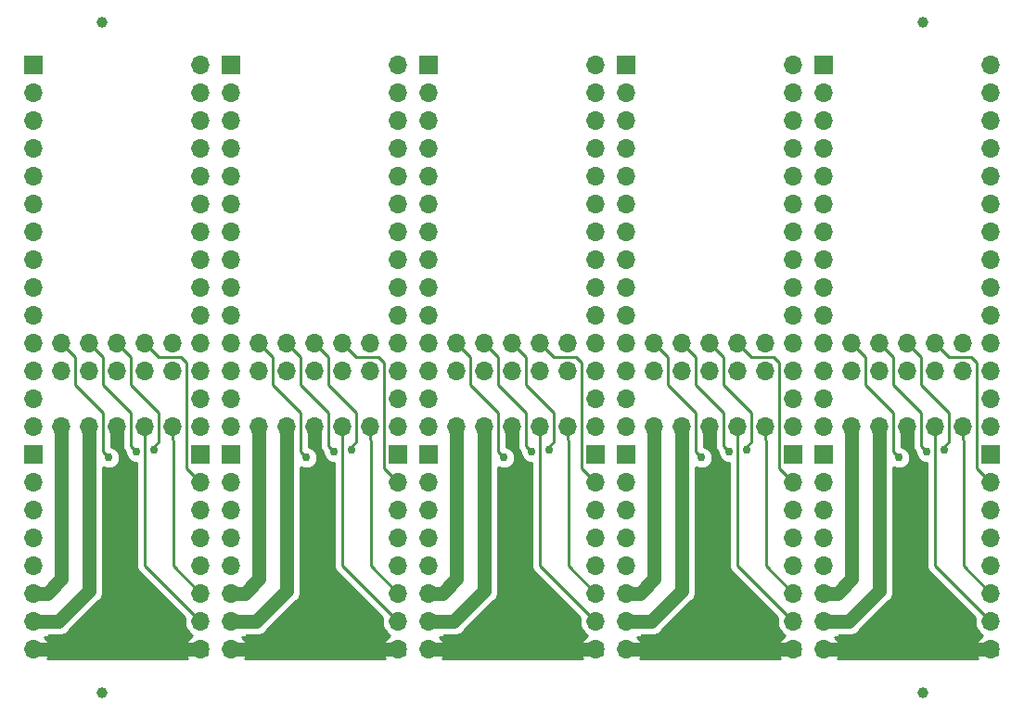
<source format=gbl>
G04 #@! TF.GenerationSoftware,KiCad,Pcbnew,(5.1.5)-3*
G04 #@! TF.CreationDate,2019-12-30T21:57:11-08:00*
G04 #@! TF.ProjectId,teensy40-bb-panel,7465656e-7379-4343-902d-62622d70616e,A*
G04 #@! TF.SameCoordinates,Original*
G04 #@! TF.FileFunction,Copper,L2,Bot*
G04 #@! TF.FilePolarity,Positive*
%FSLAX46Y46*%
G04 Gerber Fmt 4.6, Leading zero omitted, Abs format (unit mm)*
G04 Created by KiCad (PCBNEW (5.1.5)-3) date 2019-12-30 21:57:11*
%MOMM*%
%LPD*%
G04 APERTURE LIST*
%ADD10C,1.000000*%
%ADD11O,1.700000X1.700000*%
%ADD12R,1.700000X1.700000*%
%ADD13C,0.762000*%
%ADD14C,1.270000*%
%ADD15C,0.254000*%
%ADD16C,0.250000*%
G04 APERTURE END LIST*
D10*
X107823000Y-77851000D03*
X182753000Y-77851000D03*
X182753000Y-139065000D03*
X107823000Y-139065000D03*
D11*
X122174000Y-114808000D03*
X124714000Y-114808000D03*
X127254000Y-114808000D03*
X129794000Y-114808000D03*
X132334000Y-114808000D03*
X132334000Y-107188000D03*
X129794000Y-107188000D03*
X127254000Y-107188000D03*
X124714000Y-107188000D03*
X122174000Y-107188000D03*
X122174000Y-109728000D03*
X124714000Y-109728000D03*
X127254000Y-109728000D03*
X129794000Y-109728000D03*
X132334000Y-109728000D03*
X119634000Y-84328000D03*
X119634000Y-86868000D03*
X119634000Y-89408000D03*
X119634000Y-91948000D03*
X119634000Y-94488000D03*
X119634000Y-97028000D03*
X119634000Y-99568000D03*
X119634000Y-102108000D03*
X119634000Y-104648000D03*
X119634000Y-107188000D03*
X119634000Y-109728000D03*
X119634000Y-112268000D03*
X119634000Y-114808000D03*
X134874000Y-114808000D03*
X134874000Y-112268000D03*
X134874000Y-109728000D03*
X134874000Y-107188000D03*
X134874000Y-104648000D03*
X134874000Y-102108000D03*
X134874000Y-99568000D03*
X134874000Y-97028000D03*
X134874000Y-94488000D03*
X134874000Y-91948000D03*
X134874000Y-89408000D03*
X134874000Y-86868000D03*
X134874000Y-84328000D03*
X134874000Y-81788000D03*
D12*
X119634000Y-81788000D03*
D11*
X158242000Y-114808000D03*
X160782000Y-114808000D03*
X163322000Y-114808000D03*
X165862000Y-114808000D03*
X168402000Y-114808000D03*
X168402000Y-107188000D03*
X165862000Y-107188000D03*
X163322000Y-107188000D03*
X160782000Y-107188000D03*
X158242000Y-107188000D03*
X158242000Y-109728000D03*
X160782000Y-109728000D03*
X163322000Y-109728000D03*
X165862000Y-109728000D03*
X168402000Y-109728000D03*
X155702000Y-84328000D03*
X155702000Y-86868000D03*
X155702000Y-89408000D03*
X155702000Y-91948000D03*
X155702000Y-94488000D03*
X155702000Y-97028000D03*
X155702000Y-99568000D03*
X155702000Y-102108000D03*
X155702000Y-104648000D03*
X155702000Y-107188000D03*
X155702000Y-109728000D03*
X155702000Y-112268000D03*
X155702000Y-114808000D03*
X170942000Y-114808000D03*
X170942000Y-112268000D03*
X170942000Y-109728000D03*
X170942000Y-107188000D03*
X170942000Y-104648000D03*
X170942000Y-102108000D03*
X170942000Y-99568000D03*
X170942000Y-97028000D03*
X170942000Y-94488000D03*
X170942000Y-91948000D03*
X170942000Y-89408000D03*
X170942000Y-86868000D03*
X170942000Y-84328000D03*
X170942000Y-81788000D03*
D12*
X155702000Y-81788000D03*
D11*
X176276000Y-114808000D03*
X178816000Y-114808000D03*
X181356000Y-114808000D03*
X183896000Y-114808000D03*
X186436000Y-114808000D03*
X186436000Y-107188000D03*
X183896000Y-107188000D03*
X181356000Y-107188000D03*
X178816000Y-107188000D03*
X176276000Y-107188000D03*
X176276000Y-109728000D03*
X178816000Y-109728000D03*
X181356000Y-109728000D03*
X183896000Y-109728000D03*
X186436000Y-109728000D03*
X173736000Y-84328000D03*
X173736000Y-86868000D03*
X173736000Y-89408000D03*
X173736000Y-91948000D03*
X173736000Y-94488000D03*
X173736000Y-97028000D03*
X173736000Y-99568000D03*
X173736000Y-102108000D03*
X173736000Y-104648000D03*
X173736000Y-107188000D03*
X173736000Y-109728000D03*
X173736000Y-112268000D03*
X173736000Y-114808000D03*
X188976000Y-114808000D03*
X188976000Y-112268000D03*
X188976000Y-109728000D03*
X188976000Y-107188000D03*
X188976000Y-104648000D03*
X188976000Y-102108000D03*
X188976000Y-99568000D03*
X188976000Y-97028000D03*
X188976000Y-94488000D03*
X188976000Y-91948000D03*
X188976000Y-89408000D03*
X188976000Y-86868000D03*
X188976000Y-84328000D03*
X188976000Y-81788000D03*
D12*
X173736000Y-81788000D03*
D11*
X140208000Y-114808000D03*
X142748000Y-114808000D03*
X145288000Y-114808000D03*
X147828000Y-114808000D03*
X150368000Y-114808000D03*
X150368000Y-107188000D03*
X147828000Y-107188000D03*
X145288000Y-107188000D03*
X142748000Y-107188000D03*
X140208000Y-107188000D03*
X140208000Y-109728000D03*
X142748000Y-109728000D03*
X145288000Y-109728000D03*
X147828000Y-109728000D03*
X150368000Y-109728000D03*
X137668000Y-84328000D03*
X137668000Y-86868000D03*
X137668000Y-89408000D03*
X137668000Y-91948000D03*
X137668000Y-94488000D03*
X137668000Y-97028000D03*
X137668000Y-99568000D03*
X137668000Y-102108000D03*
X137668000Y-104648000D03*
X137668000Y-107188000D03*
X137668000Y-109728000D03*
X137668000Y-112268000D03*
X137668000Y-114808000D03*
X152908000Y-114808000D03*
X152908000Y-112268000D03*
X152908000Y-109728000D03*
X152908000Y-107188000D03*
X152908000Y-104648000D03*
X152908000Y-102108000D03*
X152908000Y-99568000D03*
X152908000Y-97028000D03*
X152908000Y-94488000D03*
X152908000Y-91948000D03*
X152908000Y-89408000D03*
X152908000Y-86868000D03*
X152908000Y-84328000D03*
X152908000Y-81788000D03*
D12*
X137668000Y-81788000D03*
X116840000Y-117348000D03*
D11*
X116840000Y-119888000D03*
X116840000Y-122428000D03*
X116840000Y-124968000D03*
X116840000Y-127508000D03*
X116840000Y-130048000D03*
X116840000Y-132588000D03*
X116840000Y-135128000D03*
D12*
X101600000Y-117348000D03*
D11*
X101600000Y-119888000D03*
X101600000Y-122428000D03*
X101600000Y-124968000D03*
X101600000Y-127508000D03*
X101600000Y-130048000D03*
X101600000Y-132588000D03*
X101600000Y-135128000D03*
D12*
X101600000Y-81788000D03*
D11*
X116840000Y-81788000D03*
X116840000Y-84328000D03*
X116840000Y-86868000D03*
X116840000Y-89408000D03*
X116840000Y-91948000D03*
X116840000Y-94488000D03*
X116840000Y-97028000D03*
X116840000Y-99568000D03*
X116840000Y-102108000D03*
X116840000Y-104648000D03*
X116840000Y-107188000D03*
X116840000Y-109728000D03*
X116840000Y-112268000D03*
X116840000Y-114808000D03*
X101600000Y-114808000D03*
X101600000Y-112268000D03*
X101600000Y-109728000D03*
X101600000Y-107188000D03*
X101600000Y-104648000D03*
X101600000Y-102108000D03*
X101600000Y-99568000D03*
X101600000Y-97028000D03*
X101600000Y-94488000D03*
X101600000Y-91948000D03*
X101600000Y-89408000D03*
X101600000Y-86868000D03*
X101600000Y-84328000D03*
X114300000Y-109728000D03*
X111760000Y-109728000D03*
X109220000Y-109728000D03*
X106680000Y-109728000D03*
X104140000Y-109728000D03*
X104140000Y-107188000D03*
X106680000Y-107188000D03*
X109220000Y-107188000D03*
X111760000Y-107188000D03*
X114300000Y-107188000D03*
X114300000Y-114808000D03*
X111760000Y-114808000D03*
X109220000Y-114808000D03*
X106680000Y-114808000D03*
X104140000Y-114808000D03*
X152908000Y-135128000D03*
X152908000Y-132588000D03*
X152908000Y-130048000D03*
X152908000Y-127508000D03*
X152908000Y-124968000D03*
X152908000Y-122428000D03*
X152908000Y-119888000D03*
D12*
X152908000Y-117348000D03*
D11*
X173736000Y-135128000D03*
X173736000Y-132588000D03*
X173736000Y-130048000D03*
X173736000Y-127508000D03*
X173736000Y-124968000D03*
X173736000Y-122428000D03*
X173736000Y-119888000D03*
D12*
X173736000Y-117348000D03*
D11*
X137668000Y-135128000D03*
X137668000Y-132588000D03*
X137668000Y-130048000D03*
X137668000Y-127508000D03*
X137668000Y-124968000D03*
X137668000Y-122428000D03*
X137668000Y-119888000D03*
D12*
X137668000Y-117348000D03*
D11*
X155702000Y-135128000D03*
X155702000Y-132588000D03*
X155702000Y-130048000D03*
X155702000Y-127508000D03*
X155702000Y-124968000D03*
X155702000Y-122428000D03*
X155702000Y-119888000D03*
D12*
X155702000Y-117348000D03*
D11*
X188976000Y-135128000D03*
X188976000Y-132588000D03*
X188976000Y-130048000D03*
X188976000Y-127508000D03*
X188976000Y-124968000D03*
X188976000Y-122428000D03*
X188976000Y-119888000D03*
D12*
X188976000Y-117348000D03*
D11*
X170942000Y-135128000D03*
X170942000Y-132588000D03*
X170942000Y-130048000D03*
X170942000Y-127508000D03*
X170942000Y-124968000D03*
X170942000Y-122428000D03*
X170942000Y-119888000D03*
D12*
X170942000Y-117348000D03*
D11*
X134874000Y-135128000D03*
X134874000Y-132588000D03*
X134874000Y-130048000D03*
X134874000Y-127508000D03*
X134874000Y-124968000D03*
X134874000Y-122428000D03*
X134874000Y-119888000D03*
D12*
X134874000Y-117348000D03*
D11*
X119634000Y-135128000D03*
X119634000Y-132588000D03*
X119634000Y-130048000D03*
X119634000Y-127508000D03*
X119634000Y-124968000D03*
X119634000Y-122428000D03*
X119634000Y-119888000D03*
D12*
X119634000Y-117348000D03*
D13*
X162560000Y-117602000D03*
X180594000Y-117602000D03*
X108458000Y-117602000D03*
X144526000Y-117602000D03*
X126492000Y-117602000D03*
X147066000Y-117094000D03*
X183134000Y-117094000D03*
X129032000Y-117094000D03*
X110998000Y-117094000D03*
X165100000Y-117094000D03*
X184688816Y-116870816D03*
X166654816Y-116870816D03*
X112552816Y-116870816D03*
X130586816Y-116870816D03*
X148620816Y-116870816D03*
D14*
X160782000Y-114808000D02*
X160782000Y-129794000D01*
X178816000Y-114808000D02*
X178816000Y-129794000D01*
X142748000Y-114808000D02*
X142748000Y-129794000D01*
X139954000Y-132588000D02*
X137668000Y-132588000D01*
X106680000Y-114808000D02*
X106680000Y-129794000D01*
X106680000Y-129794000D02*
X103886000Y-132588000D01*
X103886000Y-132588000D02*
X101600000Y-132588000D01*
X176022000Y-132588000D02*
X173736000Y-132588000D01*
X121920000Y-132588000D02*
X119634000Y-132588000D01*
X124714000Y-114808000D02*
X124714000Y-129794000D01*
X178816000Y-129794000D02*
X176022000Y-132588000D01*
X160782000Y-129794000D02*
X157988000Y-132588000D01*
X142748000Y-129794000D02*
X139954000Y-132588000D01*
X124714000Y-129794000D02*
X121920000Y-132588000D01*
X157988000Y-132588000D02*
X155702000Y-132588000D01*
X176276000Y-128710081D02*
X174938081Y-130048000D01*
X156904081Y-130048000D02*
X155702000Y-130048000D01*
X176276000Y-114808000D02*
X176276000Y-128710081D01*
X140208000Y-128710081D02*
X138870081Y-130048000D01*
X120836081Y-130048000D02*
X119634000Y-130048000D01*
X158242000Y-114808000D02*
X158242000Y-128710081D01*
X122174000Y-128710081D02*
X120836081Y-130048000D01*
X138870081Y-130048000D02*
X137668000Y-130048000D01*
X140208000Y-114808000D02*
X140208000Y-128710081D01*
X158242000Y-128710081D02*
X156904081Y-130048000D01*
X174938081Y-130048000D02*
X173736000Y-130048000D01*
X122174000Y-114808000D02*
X122174000Y-128710081D01*
X102802081Y-130048000D02*
X101600000Y-130048000D01*
X104140000Y-114808000D02*
X104140000Y-128710081D01*
X104140000Y-128710081D02*
X102802081Y-130048000D01*
D15*
X147828000Y-114808000D02*
X147828000Y-127508000D01*
X165862000Y-114808000D02*
X165862000Y-127508000D01*
X183896000Y-114808000D02*
X183896000Y-127508000D01*
X111760000Y-127508000D02*
X116840000Y-132588000D01*
X129794000Y-114808000D02*
X129794000Y-127508000D01*
X183896000Y-127508000D02*
X188976000Y-132588000D01*
X165862000Y-127508000D02*
X170942000Y-132588000D01*
X147828000Y-127508000D02*
X152908000Y-132588000D01*
X129794000Y-127508000D02*
X134874000Y-132588000D01*
X111760000Y-114808000D02*
X111760000Y-127508000D01*
X150368000Y-116010081D02*
X150387001Y-116029082D01*
X150387001Y-127527001D02*
X152908000Y-130048000D01*
X132334000Y-116010081D02*
X132353001Y-116029082D01*
X168421001Y-116029082D02*
X168421001Y-127527001D01*
X114319001Y-116029082D02*
X114319001Y-127527001D01*
X132334000Y-114808000D02*
X132334000Y-116010081D01*
X132353001Y-116029082D02*
X132353001Y-127527001D01*
X186436000Y-114808000D02*
X186436000Y-116010081D01*
X150387001Y-116029082D02*
X150387001Y-127527001D01*
X114319001Y-127527001D02*
X116840000Y-130048000D01*
X150368000Y-114808000D02*
X150368000Y-116010081D01*
X132353001Y-127527001D02*
X134874000Y-130048000D01*
X168402000Y-116010081D02*
X168421001Y-116029082D01*
X114300000Y-114808000D02*
X114300000Y-116010081D01*
X186455001Y-116029082D02*
X186455001Y-127527001D01*
X168421001Y-127527001D02*
X170942000Y-130048000D01*
X186436000Y-116010081D02*
X186455001Y-116029082D01*
X168402000Y-114808000D02*
X168402000Y-116010081D01*
X114300000Y-116010081D02*
X114319001Y-116029082D01*
X186455001Y-127527001D02*
X188976000Y-130048000D01*
X125984000Y-114046000D02*
X125984000Y-116586000D01*
X180086000Y-114046000D02*
X180086000Y-116586000D01*
X162052000Y-117094000D02*
X162560000Y-117602000D01*
X180086000Y-117094000D02*
X180594000Y-117602000D01*
X162052000Y-114046000D02*
X162052000Y-116586000D01*
X180086000Y-116586000D02*
X180086000Y-117094000D01*
X144018000Y-116586000D02*
X144018000Y-117094000D01*
X162052000Y-113538000D02*
X162052000Y-114046000D01*
X125984000Y-117094000D02*
X126492000Y-117602000D01*
X180086000Y-113538000D02*
X180086000Y-114046000D01*
X162052000Y-116586000D02*
X162052000Y-117094000D01*
X144018000Y-117094000D02*
X144526000Y-117602000D01*
X144018000Y-113538000D02*
X144018000Y-114046000D01*
X125984000Y-113538000D02*
X125984000Y-114046000D01*
X144018000Y-114046000D02*
X144018000Y-116586000D01*
X125984000Y-116586000D02*
X125984000Y-117094000D01*
X177546000Y-110998000D02*
X180086000Y-113538000D01*
X107950000Y-114046000D02*
X107950000Y-116586000D01*
X104989999Y-108037999D02*
X105410000Y-108458000D01*
X159512000Y-110998000D02*
X162052000Y-113538000D01*
X107950000Y-116586000D02*
X107950000Y-117094000D01*
X105410000Y-110998000D02*
X107950000Y-113538000D01*
X141478000Y-110998000D02*
X144018000Y-113538000D01*
X159512000Y-108458000D02*
X159512000Y-110998000D01*
X177546000Y-108458000D02*
X177546000Y-110998000D01*
X122174000Y-107188000D02*
X123023999Y-108037999D01*
X158242000Y-107188000D02*
X159091999Y-108037999D01*
X140208000Y-107188000D02*
X141057999Y-108037999D01*
X104140000Y-107188000D02*
X104989999Y-108037999D01*
X177125999Y-108037999D02*
X177546000Y-108458000D01*
X105410000Y-108458000D02*
X105410000Y-110998000D01*
X176276000Y-107188000D02*
X177125999Y-108037999D01*
X107950000Y-113538000D02*
X107950000Y-114046000D01*
X141478000Y-108458000D02*
X141478000Y-110998000D01*
X123023999Y-108037999D02*
X123444000Y-108458000D01*
X123444000Y-108458000D02*
X123444000Y-110998000D01*
X123444000Y-110998000D02*
X125984000Y-113538000D01*
X107950000Y-117094000D02*
X108458000Y-117602000D01*
X159091999Y-108037999D02*
X159512000Y-108458000D01*
X141057999Y-108037999D02*
X141478000Y-108458000D01*
X182626000Y-116586000D02*
X182753001Y-116713001D01*
X162052000Y-108458000D02*
X162052000Y-110998000D01*
X164592000Y-116586000D02*
X164719001Y-116713001D01*
X144018000Y-108458000D02*
X144018000Y-110998000D01*
X125984000Y-108458000D02*
X125984000Y-110998000D01*
X128651001Y-116713001D02*
X129032000Y-117094000D01*
X180086000Y-108458000D02*
X180086000Y-110998000D01*
X144018000Y-110998000D02*
X146558000Y-113538000D01*
X146558000Y-116586000D02*
X146685001Y-116713001D01*
X128524000Y-116586000D02*
X128651001Y-116713001D01*
X178816000Y-107188000D02*
X180086000Y-108458000D01*
X160782000Y-107188000D02*
X162052000Y-108458000D01*
X182626000Y-113538000D02*
X182626000Y-116586000D01*
X164719001Y-116713001D02*
X165100000Y-117094000D01*
X162052000Y-110998000D02*
X164592000Y-113538000D01*
X128524000Y-113538000D02*
X128524000Y-116586000D01*
X164592000Y-113538000D02*
X164592000Y-116586000D01*
X182753001Y-116713001D02*
X183134000Y-117094000D01*
X146558000Y-113538000D02*
X146558000Y-116586000D01*
X142748000Y-107188000D02*
X144018000Y-108458000D01*
X124714000Y-107188000D02*
X125984000Y-108458000D01*
X180086000Y-110998000D02*
X182626000Y-113538000D01*
X125984000Y-110998000D02*
X128524000Y-113538000D01*
X146685001Y-116713001D02*
X147066000Y-117094000D01*
X110490000Y-113538000D02*
X110490000Y-116586000D01*
X110490000Y-116586000D02*
X110617001Y-116713001D01*
X107950000Y-110998000D02*
X110490000Y-113538000D01*
X110617001Y-116713001D02*
X110998000Y-117094000D01*
X107950000Y-108458000D02*
X107950000Y-110998000D01*
X106680000Y-107188000D02*
X107950000Y-108458000D01*
D16*
X167132000Y-113538000D02*
X167132000Y-116078000D01*
D15*
X112552816Y-116616816D02*
X113030000Y-116139632D01*
X185166000Y-116078000D02*
X185166000Y-116108816D01*
X167132000Y-116078000D02*
X167132000Y-116108816D01*
D16*
X127254000Y-107188000D02*
X128524000Y-108458000D01*
X149098000Y-113538000D02*
X149098000Y-116078000D01*
X182626000Y-108458000D02*
X182626000Y-110998000D01*
D15*
X131064000Y-116139632D02*
X131064000Y-116078000D01*
D16*
X164592000Y-108458000D02*
X164592000Y-110998000D01*
D15*
X167132000Y-116139632D02*
X167132000Y-116078000D01*
X112552816Y-116870816D02*
X112552816Y-116616816D01*
D16*
X181356000Y-107188000D02*
X182626000Y-108458000D01*
D15*
X131064000Y-116078000D02*
X131064000Y-116108816D01*
X130586816Y-116870816D02*
X130586816Y-116616816D01*
X148620816Y-116616816D02*
X149098000Y-116139632D01*
D16*
X131064000Y-113538000D02*
X131064000Y-116078000D01*
X110490000Y-108458000D02*
X110490000Y-110998000D01*
D15*
X113030000Y-116139632D02*
X113030000Y-116078000D01*
X184688816Y-116616816D02*
X185166000Y-116139632D01*
X149098000Y-116078000D02*
X149098000Y-116108816D01*
X166654816Y-116870816D02*
X166654816Y-116616816D01*
X185166000Y-116139632D02*
X185166000Y-116078000D01*
D16*
X128524000Y-108458000D02*
X128524000Y-110998000D01*
X146558000Y-108458000D02*
X146558000Y-110998000D01*
X145288000Y-107188000D02*
X146558000Y-108458000D01*
D15*
X166654816Y-116616816D02*
X167132000Y-116139632D01*
X149098000Y-116139632D02*
X149098000Y-116078000D01*
D16*
X185166000Y-113538000D02*
X185166000Y-116078000D01*
X182626000Y-110998000D02*
X185166000Y-113538000D01*
D15*
X184688816Y-116870816D02*
X184688816Y-116616816D01*
X148620816Y-116870816D02*
X148620816Y-116616816D01*
D16*
X164592000Y-110998000D02*
X167132000Y-113538000D01*
X146558000Y-110998000D02*
X149098000Y-113538000D01*
X163322000Y-107188000D02*
X164592000Y-108458000D01*
X128524000Y-110998000D02*
X131064000Y-113538000D01*
D15*
X130586816Y-116616816D02*
X131064000Y-116139632D01*
D16*
X110490000Y-110998000D02*
X113030000Y-113538000D01*
X109220000Y-107188000D02*
X110490000Y-108458000D01*
X113030000Y-113538000D02*
X113030000Y-116078000D01*
D15*
X113030000Y-116078000D02*
X113030000Y-116108816D01*
D16*
X187706000Y-118618000D02*
X188126001Y-119038001D01*
X129794000Y-107188000D02*
X131064000Y-108458000D01*
X188126001Y-119038001D02*
X188976000Y-119888000D01*
X165862000Y-107188000D02*
X167132000Y-108458000D01*
X169164000Y-108458000D02*
X169672000Y-108966000D01*
X185166000Y-108458000D02*
X187198000Y-108458000D01*
X167132000Y-108458000D02*
X169164000Y-108458000D01*
X170092001Y-119038001D02*
X170942000Y-119888000D01*
X133604000Y-118618000D02*
X134024001Y-119038001D01*
X131064000Y-108458000D02*
X133096000Y-108458000D01*
X147828000Y-107188000D02*
X149098000Y-108458000D01*
X151130000Y-108458000D02*
X151638000Y-108966000D01*
X169672000Y-118618000D02*
X170092001Y-119038001D01*
X187706000Y-108966000D02*
X187706000Y-118618000D01*
X133604000Y-108966000D02*
X133604000Y-118618000D01*
X187198000Y-108458000D02*
X187706000Y-108966000D01*
X133096000Y-108458000D02*
X133604000Y-108966000D01*
X151638000Y-118618000D02*
X152058001Y-119038001D01*
X149098000Y-108458000D02*
X151130000Y-108458000D01*
X151638000Y-108966000D02*
X151638000Y-118618000D01*
X169672000Y-108966000D02*
X169672000Y-118618000D01*
X183896000Y-107188000D02*
X185166000Y-108458000D01*
X152058001Y-119038001D02*
X152908000Y-119888000D01*
X134024001Y-119038001D02*
X134874000Y-119888000D01*
X115570000Y-108966000D02*
X115570000Y-118618000D01*
X115570000Y-118618000D02*
X115990001Y-119038001D01*
X111760000Y-107188000D02*
X113030000Y-108458000D01*
X115062000Y-108458000D02*
X115570000Y-108966000D01*
X113030000Y-108458000D02*
X115062000Y-108458000D01*
X115990001Y-119038001D02*
X116840000Y-119888000D01*
D15*
G36*
X181864001Y-115316000D02*
G01*
X181864000Y-115316000D01*
X181864000Y-116044678D01*
X181864001Y-116044678D01*
X181864001Y-116548567D01*
X181860314Y-116586000D01*
X181875027Y-116735378D01*
X181918599Y-116879015D01*
X181989355Y-117011392D01*
X182057150Y-117094000D01*
X182084579Y-117127422D01*
X182113651Y-117151281D01*
X182118000Y-117155630D01*
X182118000Y-117194067D01*
X182157044Y-117390356D01*
X182233632Y-117575256D01*
X182344821Y-117741662D01*
X182486338Y-117883179D01*
X182652744Y-117994368D01*
X182837644Y-118070956D01*
X183033933Y-118110000D01*
X183134000Y-118110000D01*
X183134001Y-127470567D01*
X183130314Y-127508000D01*
X183145027Y-127657378D01*
X183188599Y-127801015D01*
X183259355Y-127933392D01*
X183314917Y-128001094D01*
X183354579Y-128049422D01*
X183383649Y-128073279D01*
X187534321Y-132223952D01*
X187491000Y-132441740D01*
X187491000Y-132734260D01*
X187548068Y-133021158D01*
X187660010Y-133291411D01*
X187822525Y-133534632D01*
X188029368Y-133741475D01*
X188209111Y-133861575D01*
X188016417Y-133994649D01*
X187813749Y-134203631D01*
X187677241Y-134407965D01*
X187750898Y-134620000D01*
X188468000Y-134620000D01*
X188468000Y-134600000D01*
X189484000Y-134600000D01*
X189484000Y-134620000D01*
X189504000Y-134620000D01*
X189504000Y-135636000D01*
X189484000Y-135636000D01*
X189484000Y-135656000D01*
X188468000Y-135656000D01*
X188468000Y-135636000D01*
X187750898Y-135636000D01*
X187677241Y-135848035D01*
X187747698Y-135953500D01*
X174964302Y-135953500D01*
X175034759Y-135848035D01*
X174961102Y-135636000D01*
X174244000Y-135636000D01*
X174244000Y-135656000D01*
X173228000Y-135656000D01*
X173228000Y-135636000D01*
X173208000Y-135636000D01*
X173208000Y-134620000D01*
X173228000Y-134620000D01*
X173228000Y-134600000D01*
X174244000Y-134600000D01*
X174244000Y-134620000D01*
X174961102Y-134620000D01*
X175034759Y-134407965D01*
X174898251Y-134203631D01*
X174695583Y-133994649D01*
X174681611Y-133985000D01*
X175006000Y-133985000D01*
X175030776Y-133982560D01*
X175054601Y-133975333D01*
X175076557Y-133963597D01*
X175095803Y-133947803D01*
X175185606Y-133858000D01*
X175959627Y-133858000D01*
X176022000Y-133864143D01*
X176084373Y-133858000D01*
X176084380Y-133858000D01*
X176270963Y-133839623D01*
X176510359Y-133767003D01*
X176730988Y-133649075D01*
X176924370Y-133490370D01*
X176964141Y-133441909D01*
X179669920Y-130736132D01*
X179718370Y-130696370D01*
X179758132Y-130647920D01*
X179758135Y-130647917D01*
X179806141Y-130589421D01*
X179877075Y-130502988D01*
X179995003Y-130282359D01*
X180067623Y-130042963D01*
X180086000Y-129856380D01*
X180092144Y-129794000D01*
X180086000Y-129731620D01*
X180086000Y-118484498D01*
X180112744Y-118502368D01*
X180297644Y-118578956D01*
X180493933Y-118618000D01*
X180694067Y-118618000D01*
X180890356Y-118578956D01*
X181075256Y-118502368D01*
X181241662Y-118391179D01*
X181383179Y-118249662D01*
X181494368Y-118083256D01*
X181570956Y-117898356D01*
X181610000Y-117702067D01*
X181610000Y-117501933D01*
X181570956Y-117305644D01*
X181494368Y-117120744D01*
X181383179Y-116954338D01*
X181241662Y-116812821D01*
X181075256Y-116701632D01*
X180890356Y-116625044D01*
X180848000Y-116616619D01*
X180848000Y-114280000D01*
X181864000Y-114280000D01*
X181864001Y-115316000D01*
G37*
X181864001Y-115316000D02*
X181864000Y-115316000D01*
X181864000Y-116044678D01*
X181864001Y-116044678D01*
X181864001Y-116548567D01*
X181860314Y-116586000D01*
X181875027Y-116735378D01*
X181918599Y-116879015D01*
X181989355Y-117011392D01*
X182057150Y-117094000D01*
X182084579Y-117127422D01*
X182113651Y-117151281D01*
X182118000Y-117155630D01*
X182118000Y-117194067D01*
X182157044Y-117390356D01*
X182233632Y-117575256D01*
X182344821Y-117741662D01*
X182486338Y-117883179D01*
X182652744Y-117994368D01*
X182837644Y-118070956D01*
X183033933Y-118110000D01*
X183134000Y-118110000D01*
X183134001Y-127470567D01*
X183130314Y-127508000D01*
X183145027Y-127657378D01*
X183188599Y-127801015D01*
X183259355Y-127933392D01*
X183314917Y-128001094D01*
X183354579Y-128049422D01*
X183383649Y-128073279D01*
X187534321Y-132223952D01*
X187491000Y-132441740D01*
X187491000Y-132734260D01*
X187548068Y-133021158D01*
X187660010Y-133291411D01*
X187822525Y-133534632D01*
X188029368Y-133741475D01*
X188209111Y-133861575D01*
X188016417Y-133994649D01*
X187813749Y-134203631D01*
X187677241Y-134407965D01*
X187750898Y-134620000D01*
X188468000Y-134620000D01*
X188468000Y-134600000D01*
X189484000Y-134600000D01*
X189484000Y-134620000D01*
X189504000Y-134620000D01*
X189504000Y-135636000D01*
X189484000Y-135636000D01*
X189484000Y-135656000D01*
X188468000Y-135656000D01*
X188468000Y-135636000D01*
X187750898Y-135636000D01*
X187677241Y-135848035D01*
X187747698Y-135953500D01*
X174964302Y-135953500D01*
X175034759Y-135848035D01*
X174961102Y-135636000D01*
X174244000Y-135636000D01*
X174244000Y-135656000D01*
X173228000Y-135656000D01*
X173228000Y-135636000D01*
X173208000Y-135636000D01*
X173208000Y-134620000D01*
X173228000Y-134620000D01*
X173228000Y-134600000D01*
X174244000Y-134600000D01*
X174244000Y-134620000D01*
X174961102Y-134620000D01*
X175034759Y-134407965D01*
X174898251Y-134203631D01*
X174695583Y-133994649D01*
X174681611Y-133985000D01*
X175006000Y-133985000D01*
X175030776Y-133982560D01*
X175054601Y-133975333D01*
X175076557Y-133963597D01*
X175095803Y-133947803D01*
X175185606Y-133858000D01*
X175959627Y-133858000D01*
X176022000Y-133864143D01*
X176084373Y-133858000D01*
X176084380Y-133858000D01*
X176270963Y-133839623D01*
X176510359Y-133767003D01*
X176730988Y-133649075D01*
X176924370Y-133490370D01*
X176964141Y-133441909D01*
X179669920Y-130736132D01*
X179718370Y-130696370D01*
X179758132Y-130647920D01*
X179758135Y-130647917D01*
X179806141Y-130589421D01*
X179877075Y-130502988D01*
X179995003Y-130282359D01*
X180067623Y-130042963D01*
X180086000Y-129856380D01*
X180092144Y-129794000D01*
X180086000Y-129731620D01*
X180086000Y-118484498D01*
X180112744Y-118502368D01*
X180297644Y-118578956D01*
X180493933Y-118618000D01*
X180694067Y-118618000D01*
X180890356Y-118578956D01*
X181075256Y-118502368D01*
X181241662Y-118391179D01*
X181383179Y-118249662D01*
X181494368Y-118083256D01*
X181570956Y-117898356D01*
X181610000Y-117702067D01*
X181610000Y-117501933D01*
X181570956Y-117305644D01*
X181494368Y-117120744D01*
X181383179Y-116954338D01*
X181241662Y-116812821D01*
X181075256Y-116701632D01*
X180890356Y-116625044D01*
X180848000Y-116616619D01*
X180848000Y-114280000D01*
X181864000Y-114280000D01*
X181864001Y-115316000D01*
G36*
X163830001Y-115316000D02*
G01*
X163830000Y-115316000D01*
X163830000Y-116044678D01*
X163830001Y-116044678D01*
X163830001Y-116548567D01*
X163826314Y-116586000D01*
X163841027Y-116735378D01*
X163884599Y-116879015D01*
X163955355Y-117011392D01*
X164023150Y-117094000D01*
X164050579Y-117127422D01*
X164079651Y-117151281D01*
X164084000Y-117155630D01*
X164084000Y-117194067D01*
X164123044Y-117390356D01*
X164199632Y-117575256D01*
X164310821Y-117741662D01*
X164452338Y-117883179D01*
X164618744Y-117994368D01*
X164803644Y-118070956D01*
X164999933Y-118110000D01*
X165100000Y-118110000D01*
X165100001Y-127470567D01*
X165096314Y-127508000D01*
X165111027Y-127657378D01*
X165154599Y-127801015D01*
X165225355Y-127933392D01*
X165280917Y-128001094D01*
X165320579Y-128049422D01*
X165349649Y-128073279D01*
X169500321Y-132223952D01*
X169457000Y-132441740D01*
X169457000Y-132734260D01*
X169514068Y-133021158D01*
X169626010Y-133291411D01*
X169788525Y-133534632D01*
X169995368Y-133741475D01*
X170175111Y-133861575D01*
X169982417Y-133994649D01*
X169779749Y-134203631D01*
X169643241Y-134407965D01*
X169716898Y-134620000D01*
X170434000Y-134620000D01*
X170434000Y-134600000D01*
X171450000Y-134600000D01*
X171450000Y-134620000D01*
X171470000Y-134620000D01*
X171470000Y-135636000D01*
X171450000Y-135636000D01*
X171450000Y-135656000D01*
X170434000Y-135656000D01*
X170434000Y-135636000D01*
X169716898Y-135636000D01*
X169643241Y-135848035D01*
X169713698Y-135953500D01*
X156930302Y-135953500D01*
X157000759Y-135848035D01*
X156927102Y-135636000D01*
X156210000Y-135636000D01*
X156210000Y-135656000D01*
X155194000Y-135656000D01*
X155194000Y-135636000D01*
X155174000Y-135636000D01*
X155174000Y-134620000D01*
X155194000Y-134620000D01*
X155194000Y-134600000D01*
X156210000Y-134600000D01*
X156210000Y-134620000D01*
X156927102Y-134620000D01*
X157000759Y-134407965D01*
X156864251Y-134203631D01*
X156661583Y-133994649D01*
X156647611Y-133985000D01*
X156972000Y-133985000D01*
X156996776Y-133982560D01*
X157020601Y-133975333D01*
X157042557Y-133963597D01*
X157061803Y-133947803D01*
X157151606Y-133858000D01*
X157925627Y-133858000D01*
X157988000Y-133864143D01*
X158050373Y-133858000D01*
X158050380Y-133858000D01*
X158236963Y-133839623D01*
X158476359Y-133767003D01*
X158696988Y-133649075D01*
X158890370Y-133490370D01*
X158930141Y-133441909D01*
X161635920Y-130736132D01*
X161684370Y-130696370D01*
X161724132Y-130647920D01*
X161724135Y-130647917D01*
X161772141Y-130589421D01*
X161843075Y-130502988D01*
X161961003Y-130282359D01*
X162033623Y-130042963D01*
X162052000Y-129856380D01*
X162058144Y-129794000D01*
X162052000Y-129731620D01*
X162052000Y-118484498D01*
X162078744Y-118502368D01*
X162263644Y-118578956D01*
X162459933Y-118618000D01*
X162660067Y-118618000D01*
X162856356Y-118578956D01*
X163041256Y-118502368D01*
X163207662Y-118391179D01*
X163349179Y-118249662D01*
X163460368Y-118083256D01*
X163536956Y-117898356D01*
X163576000Y-117702067D01*
X163576000Y-117501933D01*
X163536956Y-117305644D01*
X163460368Y-117120744D01*
X163349179Y-116954338D01*
X163207662Y-116812821D01*
X163041256Y-116701632D01*
X162856356Y-116625044D01*
X162814000Y-116616619D01*
X162814000Y-114280000D01*
X163830000Y-114280000D01*
X163830001Y-115316000D01*
G37*
X163830001Y-115316000D02*
X163830000Y-115316000D01*
X163830000Y-116044678D01*
X163830001Y-116044678D01*
X163830001Y-116548567D01*
X163826314Y-116586000D01*
X163841027Y-116735378D01*
X163884599Y-116879015D01*
X163955355Y-117011392D01*
X164023150Y-117094000D01*
X164050579Y-117127422D01*
X164079651Y-117151281D01*
X164084000Y-117155630D01*
X164084000Y-117194067D01*
X164123044Y-117390356D01*
X164199632Y-117575256D01*
X164310821Y-117741662D01*
X164452338Y-117883179D01*
X164618744Y-117994368D01*
X164803644Y-118070956D01*
X164999933Y-118110000D01*
X165100000Y-118110000D01*
X165100001Y-127470567D01*
X165096314Y-127508000D01*
X165111027Y-127657378D01*
X165154599Y-127801015D01*
X165225355Y-127933392D01*
X165280917Y-128001094D01*
X165320579Y-128049422D01*
X165349649Y-128073279D01*
X169500321Y-132223952D01*
X169457000Y-132441740D01*
X169457000Y-132734260D01*
X169514068Y-133021158D01*
X169626010Y-133291411D01*
X169788525Y-133534632D01*
X169995368Y-133741475D01*
X170175111Y-133861575D01*
X169982417Y-133994649D01*
X169779749Y-134203631D01*
X169643241Y-134407965D01*
X169716898Y-134620000D01*
X170434000Y-134620000D01*
X170434000Y-134600000D01*
X171450000Y-134600000D01*
X171450000Y-134620000D01*
X171470000Y-134620000D01*
X171470000Y-135636000D01*
X171450000Y-135636000D01*
X171450000Y-135656000D01*
X170434000Y-135656000D01*
X170434000Y-135636000D01*
X169716898Y-135636000D01*
X169643241Y-135848035D01*
X169713698Y-135953500D01*
X156930302Y-135953500D01*
X157000759Y-135848035D01*
X156927102Y-135636000D01*
X156210000Y-135636000D01*
X156210000Y-135656000D01*
X155194000Y-135656000D01*
X155194000Y-135636000D01*
X155174000Y-135636000D01*
X155174000Y-134620000D01*
X155194000Y-134620000D01*
X155194000Y-134600000D01*
X156210000Y-134600000D01*
X156210000Y-134620000D01*
X156927102Y-134620000D01*
X157000759Y-134407965D01*
X156864251Y-134203631D01*
X156661583Y-133994649D01*
X156647611Y-133985000D01*
X156972000Y-133985000D01*
X156996776Y-133982560D01*
X157020601Y-133975333D01*
X157042557Y-133963597D01*
X157061803Y-133947803D01*
X157151606Y-133858000D01*
X157925627Y-133858000D01*
X157988000Y-133864143D01*
X158050373Y-133858000D01*
X158050380Y-133858000D01*
X158236963Y-133839623D01*
X158476359Y-133767003D01*
X158696988Y-133649075D01*
X158890370Y-133490370D01*
X158930141Y-133441909D01*
X161635920Y-130736132D01*
X161684370Y-130696370D01*
X161724132Y-130647920D01*
X161724135Y-130647917D01*
X161772141Y-130589421D01*
X161843075Y-130502988D01*
X161961003Y-130282359D01*
X162033623Y-130042963D01*
X162052000Y-129856380D01*
X162058144Y-129794000D01*
X162052000Y-129731620D01*
X162052000Y-118484498D01*
X162078744Y-118502368D01*
X162263644Y-118578956D01*
X162459933Y-118618000D01*
X162660067Y-118618000D01*
X162856356Y-118578956D01*
X163041256Y-118502368D01*
X163207662Y-118391179D01*
X163349179Y-118249662D01*
X163460368Y-118083256D01*
X163536956Y-117898356D01*
X163576000Y-117702067D01*
X163576000Y-117501933D01*
X163536956Y-117305644D01*
X163460368Y-117120744D01*
X163349179Y-116954338D01*
X163207662Y-116812821D01*
X163041256Y-116701632D01*
X162856356Y-116625044D01*
X162814000Y-116616619D01*
X162814000Y-114280000D01*
X163830000Y-114280000D01*
X163830001Y-115316000D01*
G36*
X145796001Y-115316000D02*
G01*
X145796000Y-115316000D01*
X145796000Y-116044678D01*
X145796001Y-116044678D01*
X145796001Y-116548567D01*
X145792314Y-116586000D01*
X145807027Y-116735378D01*
X145850599Y-116879015D01*
X145921355Y-117011392D01*
X145989150Y-117094000D01*
X146016579Y-117127422D01*
X146045651Y-117151281D01*
X146050000Y-117155630D01*
X146050000Y-117194067D01*
X146089044Y-117390356D01*
X146165632Y-117575256D01*
X146276821Y-117741662D01*
X146418338Y-117883179D01*
X146584744Y-117994368D01*
X146769644Y-118070956D01*
X146965933Y-118110000D01*
X147066000Y-118110000D01*
X147066001Y-127470567D01*
X147062314Y-127508000D01*
X147077027Y-127657378D01*
X147120599Y-127801015D01*
X147191355Y-127933392D01*
X147246917Y-128001094D01*
X147286579Y-128049422D01*
X147315649Y-128073279D01*
X151466321Y-132223952D01*
X151423000Y-132441740D01*
X151423000Y-132734260D01*
X151480068Y-133021158D01*
X151592010Y-133291411D01*
X151754525Y-133534632D01*
X151961368Y-133741475D01*
X152141111Y-133861575D01*
X151948417Y-133994649D01*
X151745749Y-134203631D01*
X151609241Y-134407965D01*
X151682898Y-134620000D01*
X152400000Y-134620000D01*
X152400000Y-134600000D01*
X153416000Y-134600000D01*
X153416000Y-134620000D01*
X153436000Y-134620000D01*
X153436000Y-135636000D01*
X153416000Y-135636000D01*
X153416000Y-135656000D01*
X152400000Y-135656000D01*
X152400000Y-135636000D01*
X151682898Y-135636000D01*
X151609241Y-135848035D01*
X151679698Y-135953500D01*
X138896302Y-135953500D01*
X138966759Y-135848035D01*
X138893102Y-135636000D01*
X138176000Y-135636000D01*
X138176000Y-135656000D01*
X137160000Y-135656000D01*
X137160000Y-135636000D01*
X137140000Y-135636000D01*
X137140000Y-134620000D01*
X137160000Y-134620000D01*
X137160000Y-134600000D01*
X138176000Y-134600000D01*
X138176000Y-134620000D01*
X138893102Y-134620000D01*
X138966759Y-134407965D01*
X138830251Y-134203631D01*
X138627583Y-133994649D01*
X138613611Y-133985000D01*
X138938000Y-133985000D01*
X138962776Y-133982560D01*
X138986601Y-133975333D01*
X139008557Y-133963597D01*
X139027803Y-133947803D01*
X139117606Y-133858000D01*
X139891627Y-133858000D01*
X139954000Y-133864143D01*
X140016373Y-133858000D01*
X140016380Y-133858000D01*
X140202963Y-133839623D01*
X140442359Y-133767003D01*
X140662988Y-133649075D01*
X140856370Y-133490370D01*
X140896141Y-133441909D01*
X143601920Y-130736132D01*
X143650370Y-130696370D01*
X143690132Y-130647920D01*
X143690135Y-130647917D01*
X143738141Y-130589421D01*
X143809075Y-130502988D01*
X143927003Y-130282359D01*
X143999623Y-130042963D01*
X144018000Y-129856380D01*
X144024144Y-129794000D01*
X144018000Y-129731620D01*
X144018000Y-118484498D01*
X144044744Y-118502368D01*
X144229644Y-118578956D01*
X144425933Y-118618000D01*
X144626067Y-118618000D01*
X144822356Y-118578956D01*
X145007256Y-118502368D01*
X145173662Y-118391179D01*
X145315179Y-118249662D01*
X145426368Y-118083256D01*
X145502956Y-117898356D01*
X145542000Y-117702067D01*
X145542000Y-117501933D01*
X145502956Y-117305644D01*
X145426368Y-117120744D01*
X145315179Y-116954338D01*
X145173662Y-116812821D01*
X145007256Y-116701632D01*
X144822356Y-116625044D01*
X144780000Y-116616619D01*
X144780000Y-114280000D01*
X145796000Y-114280000D01*
X145796001Y-115316000D01*
G37*
X145796001Y-115316000D02*
X145796000Y-115316000D01*
X145796000Y-116044678D01*
X145796001Y-116044678D01*
X145796001Y-116548567D01*
X145792314Y-116586000D01*
X145807027Y-116735378D01*
X145850599Y-116879015D01*
X145921355Y-117011392D01*
X145989150Y-117094000D01*
X146016579Y-117127422D01*
X146045651Y-117151281D01*
X146050000Y-117155630D01*
X146050000Y-117194067D01*
X146089044Y-117390356D01*
X146165632Y-117575256D01*
X146276821Y-117741662D01*
X146418338Y-117883179D01*
X146584744Y-117994368D01*
X146769644Y-118070956D01*
X146965933Y-118110000D01*
X147066000Y-118110000D01*
X147066001Y-127470567D01*
X147062314Y-127508000D01*
X147077027Y-127657378D01*
X147120599Y-127801015D01*
X147191355Y-127933392D01*
X147246917Y-128001094D01*
X147286579Y-128049422D01*
X147315649Y-128073279D01*
X151466321Y-132223952D01*
X151423000Y-132441740D01*
X151423000Y-132734260D01*
X151480068Y-133021158D01*
X151592010Y-133291411D01*
X151754525Y-133534632D01*
X151961368Y-133741475D01*
X152141111Y-133861575D01*
X151948417Y-133994649D01*
X151745749Y-134203631D01*
X151609241Y-134407965D01*
X151682898Y-134620000D01*
X152400000Y-134620000D01*
X152400000Y-134600000D01*
X153416000Y-134600000D01*
X153416000Y-134620000D01*
X153436000Y-134620000D01*
X153436000Y-135636000D01*
X153416000Y-135636000D01*
X153416000Y-135656000D01*
X152400000Y-135656000D01*
X152400000Y-135636000D01*
X151682898Y-135636000D01*
X151609241Y-135848035D01*
X151679698Y-135953500D01*
X138896302Y-135953500D01*
X138966759Y-135848035D01*
X138893102Y-135636000D01*
X138176000Y-135636000D01*
X138176000Y-135656000D01*
X137160000Y-135656000D01*
X137160000Y-135636000D01*
X137140000Y-135636000D01*
X137140000Y-134620000D01*
X137160000Y-134620000D01*
X137160000Y-134600000D01*
X138176000Y-134600000D01*
X138176000Y-134620000D01*
X138893102Y-134620000D01*
X138966759Y-134407965D01*
X138830251Y-134203631D01*
X138627583Y-133994649D01*
X138613611Y-133985000D01*
X138938000Y-133985000D01*
X138962776Y-133982560D01*
X138986601Y-133975333D01*
X139008557Y-133963597D01*
X139027803Y-133947803D01*
X139117606Y-133858000D01*
X139891627Y-133858000D01*
X139954000Y-133864143D01*
X140016373Y-133858000D01*
X140016380Y-133858000D01*
X140202963Y-133839623D01*
X140442359Y-133767003D01*
X140662988Y-133649075D01*
X140856370Y-133490370D01*
X140896141Y-133441909D01*
X143601920Y-130736132D01*
X143650370Y-130696370D01*
X143690132Y-130647920D01*
X143690135Y-130647917D01*
X143738141Y-130589421D01*
X143809075Y-130502988D01*
X143927003Y-130282359D01*
X143999623Y-130042963D01*
X144018000Y-129856380D01*
X144024144Y-129794000D01*
X144018000Y-129731620D01*
X144018000Y-118484498D01*
X144044744Y-118502368D01*
X144229644Y-118578956D01*
X144425933Y-118618000D01*
X144626067Y-118618000D01*
X144822356Y-118578956D01*
X145007256Y-118502368D01*
X145173662Y-118391179D01*
X145315179Y-118249662D01*
X145426368Y-118083256D01*
X145502956Y-117898356D01*
X145542000Y-117702067D01*
X145542000Y-117501933D01*
X145502956Y-117305644D01*
X145426368Y-117120744D01*
X145315179Y-116954338D01*
X145173662Y-116812821D01*
X145007256Y-116701632D01*
X144822356Y-116625044D01*
X144780000Y-116616619D01*
X144780000Y-114280000D01*
X145796000Y-114280000D01*
X145796001Y-115316000D01*
G36*
X127762001Y-115316000D02*
G01*
X127762000Y-115316000D01*
X127762000Y-116044678D01*
X127762001Y-116044678D01*
X127762001Y-116548567D01*
X127758314Y-116586000D01*
X127773027Y-116735378D01*
X127816599Y-116879015D01*
X127887355Y-117011392D01*
X127955150Y-117094000D01*
X127982579Y-117127422D01*
X128011651Y-117151281D01*
X128016000Y-117155630D01*
X128016000Y-117194067D01*
X128055044Y-117390356D01*
X128131632Y-117575256D01*
X128242821Y-117741662D01*
X128384338Y-117883179D01*
X128550744Y-117994368D01*
X128735644Y-118070956D01*
X128931933Y-118110000D01*
X129032000Y-118110000D01*
X129032001Y-127470567D01*
X129028314Y-127508000D01*
X129043027Y-127657378D01*
X129086599Y-127801015D01*
X129157355Y-127933392D01*
X129212917Y-128001094D01*
X129252579Y-128049422D01*
X129281649Y-128073279D01*
X133432321Y-132223952D01*
X133389000Y-132441740D01*
X133389000Y-132734260D01*
X133446068Y-133021158D01*
X133558010Y-133291411D01*
X133720525Y-133534632D01*
X133927368Y-133741475D01*
X134107111Y-133861575D01*
X133914417Y-133994649D01*
X133711749Y-134203631D01*
X133575241Y-134407965D01*
X133648898Y-134620000D01*
X134366000Y-134620000D01*
X134366000Y-134600000D01*
X135382000Y-134600000D01*
X135382000Y-134620000D01*
X135402000Y-134620000D01*
X135402000Y-135636000D01*
X135382000Y-135636000D01*
X135382000Y-135656000D01*
X134366000Y-135656000D01*
X134366000Y-135636000D01*
X133648898Y-135636000D01*
X133575241Y-135848035D01*
X133645698Y-135953500D01*
X120862302Y-135953500D01*
X120932759Y-135848035D01*
X120859102Y-135636000D01*
X120142000Y-135636000D01*
X120142000Y-135656000D01*
X119126000Y-135656000D01*
X119126000Y-135636000D01*
X119106000Y-135636000D01*
X119106000Y-134620000D01*
X119126000Y-134620000D01*
X119126000Y-134600000D01*
X120142000Y-134600000D01*
X120142000Y-134620000D01*
X120859102Y-134620000D01*
X120932759Y-134407965D01*
X120796251Y-134203631D01*
X120593583Y-133994649D01*
X120579611Y-133985000D01*
X120904000Y-133985000D01*
X120928776Y-133982560D01*
X120952601Y-133975333D01*
X120974557Y-133963597D01*
X120993803Y-133947803D01*
X121083606Y-133858000D01*
X121857627Y-133858000D01*
X121920000Y-133864143D01*
X121982373Y-133858000D01*
X121982380Y-133858000D01*
X122168963Y-133839623D01*
X122408359Y-133767003D01*
X122628988Y-133649075D01*
X122822370Y-133490370D01*
X122862141Y-133441909D01*
X125567920Y-130736132D01*
X125616370Y-130696370D01*
X125656132Y-130647920D01*
X125656135Y-130647917D01*
X125704141Y-130589421D01*
X125775075Y-130502988D01*
X125893003Y-130282359D01*
X125965623Y-130042963D01*
X125984000Y-129856380D01*
X125990144Y-129794000D01*
X125984000Y-129731620D01*
X125984000Y-118484498D01*
X126010744Y-118502368D01*
X126195644Y-118578956D01*
X126391933Y-118618000D01*
X126592067Y-118618000D01*
X126788356Y-118578956D01*
X126973256Y-118502368D01*
X127139662Y-118391179D01*
X127281179Y-118249662D01*
X127392368Y-118083256D01*
X127468956Y-117898356D01*
X127508000Y-117702067D01*
X127508000Y-117501933D01*
X127468956Y-117305644D01*
X127392368Y-117120744D01*
X127281179Y-116954338D01*
X127139662Y-116812821D01*
X126973256Y-116701632D01*
X126788356Y-116625044D01*
X126746000Y-116616619D01*
X126746000Y-114280000D01*
X127762000Y-114280000D01*
X127762001Y-115316000D01*
G37*
X127762001Y-115316000D02*
X127762000Y-115316000D01*
X127762000Y-116044678D01*
X127762001Y-116044678D01*
X127762001Y-116548567D01*
X127758314Y-116586000D01*
X127773027Y-116735378D01*
X127816599Y-116879015D01*
X127887355Y-117011392D01*
X127955150Y-117094000D01*
X127982579Y-117127422D01*
X128011651Y-117151281D01*
X128016000Y-117155630D01*
X128016000Y-117194067D01*
X128055044Y-117390356D01*
X128131632Y-117575256D01*
X128242821Y-117741662D01*
X128384338Y-117883179D01*
X128550744Y-117994368D01*
X128735644Y-118070956D01*
X128931933Y-118110000D01*
X129032000Y-118110000D01*
X129032001Y-127470567D01*
X129028314Y-127508000D01*
X129043027Y-127657378D01*
X129086599Y-127801015D01*
X129157355Y-127933392D01*
X129212917Y-128001094D01*
X129252579Y-128049422D01*
X129281649Y-128073279D01*
X133432321Y-132223952D01*
X133389000Y-132441740D01*
X133389000Y-132734260D01*
X133446068Y-133021158D01*
X133558010Y-133291411D01*
X133720525Y-133534632D01*
X133927368Y-133741475D01*
X134107111Y-133861575D01*
X133914417Y-133994649D01*
X133711749Y-134203631D01*
X133575241Y-134407965D01*
X133648898Y-134620000D01*
X134366000Y-134620000D01*
X134366000Y-134600000D01*
X135382000Y-134600000D01*
X135382000Y-134620000D01*
X135402000Y-134620000D01*
X135402000Y-135636000D01*
X135382000Y-135636000D01*
X135382000Y-135656000D01*
X134366000Y-135656000D01*
X134366000Y-135636000D01*
X133648898Y-135636000D01*
X133575241Y-135848035D01*
X133645698Y-135953500D01*
X120862302Y-135953500D01*
X120932759Y-135848035D01*
X120859102Y-135636000D01*
X120142000Y-135636000D01*
X120142000Y-135656000D01*
X119126000Y-135656000D01*
X119126000Y-135636000D01*
X119106000Y-135636000D01*
X119106000Y-134620000D01*
X119126000Y-134620000D01*
X119126000Y-134600000D01*
X120142000Y-134600000D01*
X120142000Y-134620000D01*
X120859102Y-134620000D01*
X120932759Y-134407965D01*
X120796251Y-134203631D01*
X120593583Y-133994649D01*
X120579611Y-133985000D01*
X120904000Y-133985000D01*
X120928776Y-133982560D01*
X120952601Y-133975333D01*
X120974557Y-133963597D01*
X120993803Y-133947803D01*
X121083606Y-133858000D01*
X121857627Y-133858000D01*
X121920000Y-133864143D01*
X121982373Y-133858000D01*
X121982380Y-133858000D01*
X122168963Y-133839623D01*
X122408359Y-133767003D01*
X122628988Y-133649075D01*
X122822370Y-133490370D01*
X122862141Y-133441909D01*
X125567920Y-130736132D01*
X125616370Y-130696370D01*
X125656132Y-130647920D01*
X125656135Y-130647917D01*
X125704141Y-130589421D01*
X125775075Y-130502988D01*
X125893003Y-130282359D01*
X125965623Y-130042963D01*
X125984000Y-129856380D01*
X125990144Y-129794000D01*
X125984000Y-129731620D01*
X125984000Y-118484498D01*
X126010744Y-118502368D01*
X126195644Y-118578956D01*
X126391933Y-118618000D01*
X126592067Y-118618000D01*
X126788356Y-118578956D01*
X126973256Y-118502368D01*
X127139662Y-118391179D01*
X127281179Y-118249662D01*
X127392368Y-118083256D01*
X127468956Y-117898356D01*
X127508000Y-117702067D01*
X127508000Y-117501933D01*
X127468956Y-117305644D01*
X127392368Y-117120744D01*
X127281179Y-116954338D01*
X127139662Y-116812821D01*
X126973256Y-116701632D01*
X126788356Y-116625044D01*
X126746000Y-116616619D01*
X126746000Y-114280000D01*
X127762000Y-114280000D01*
X127762001Y-115316000D01*
G36*
X109728001Y-115316000D02*
G01*
X109728000Y-115316000D01*
X109728000Y-116044678D01*
X109728001Y-116044678D01*
X109728001Y-116548567D01*
X109724314Y-116586000D01*
X109739027Y-116735378D01*
X109782599Y-116879015D01*
X109853355Y-117011392D01*
X109921150Y-117094000D01*
X109948579Y-117127422D01*
X109977651Y-117151281D01*
X109982000Y-117155630D01*
X109982000Y-117194067D01*
X110021044Y-117390356D01*
X110097632Y-117575256D01*
X110208821Y-117741662D01*
X110350338Y-117883179D01*
X110516744Y-117994368D01*
X110701644Y-118070956D01*
X110897933Y-118110000D01*
X110998000Y-118110000D01*
X110998001Y-127470567D01*
X110994314Y-127508000D01*
X111009027Y-127657378D01*
X111052599Y-127801015D01*
X111123355Y-127933392D01*
X111178917Y-128001094D01*
X111218579Y-128049422D01*
X111247649Y-128073279D01*
X115398321Y-132223952D01*
X115355000Y-132441740D01*
X115355000Y-132734260D01*
X115412068Y-133021158D01*
X115524010Y-133291411D01*
X115686525Y-133534632D01*
X115893368Y-133741475D01*
X116073111Y-133861575D01*
X115880417Y-133994649D01*
X115677749Y-134203631D01*
X115541241Y-134407965D01*
X115614898Y-134620000D01*
X116332000Y-134620000D01*
X116332000Y-134600000D01*
X117348000Y-134600000D01*
X117348000Y-134620000D01*
X117368000Y-134620000D01*
X117368000Y-135636000D01*
X117348000Y-135636000D01*
X117348000Y-135656000D01*
X116332000Y-135656000D01*
X116332000Y-135636000D01*
X115614898Y-135636000D01*
X115541241Y-135848035D01*
X115611698Y-135953500D01*
X102828302Y-135953500D01*
X102898759Y-135848035D01*
X102825102Y-135636000D01*
X102108000Y-135636000D01*
X102108000Y-135656000D01*
X101092000Y-135656000D01*
X101092000Y-135636000D01*
X101072000Y-135636000D01*
X101072000Y-134620000D01*
X101092000Y-134620000D01*
X101092000Y-134600000D01*
X102108000Y-134600000D01*
X102108000Y-134620000D01*
X102825102Y-134620000D01*
X102898759Y-134407965D01*
X102762251Y-134203631D01*
X102559583Y-133994649D01*
X102545611Y-133985000D01*
X102870000Y-133985000D01*
X102894776Y-133982560D01*
X102918601Y-133975333D01*
X102940557Y-133963597D01*
X102959803Y-133947803D01*
X103049606Y-133858000D01*
X103823627Y-133858000D01*
X103886000Y-133864143D01*
X103948373Y-133858000D01*
X103948380Y-133858000D01*
X104134963Y-133839623D01*
X104374359Y-133767003D01*
X104594988Y-133649075D01*
X104788370Y-133490370D01*
X104828141Y-133441909D01*
X107533920Y-130736132D01*
X107582370Y-130696370D01*
X107622132Y-130647920D01*
X107622135Y-130647917D01*
X107670141Y-130589421D01*
X107741075Y-130502988D01*
X107859003Y-130282359D01*
X107931623Y-130042963D01*
X107950000Y-129856380D01*
X107956144Y-129794000D01*
X107950000Y-129731620D01*
X107950000Y-118484498D01*
X107976744Y-118502368D01*
X108161644Y-118578956D01*
X108357933Y-118618000D01*
X108558067Y-118618000D01*
X108754356Y-118578956D01*
X108939256Y-118502368D01*
X109105662Y-118391179D01*
X109247179Y-118249662D01*
X109358368Y-118083256D01*
X109434956Y-117898356D01*
X109474000Y-117702067D01*
X109474000Y-117501933D01*
X109434956Y-117305644D01*
X109358368Y-117120744D01*
X109247179Y-116954338D01*
X109105662Y-116812821D01*
X108939256Y-116701632D01*
X108754356Y-116625044D01*
X108712000Y-116616619D01*
X108712000Y-114280000D01*
X109728000Y-114280000D01*
X109728001Y-115316000D01*
G37*
X109728001Y-115316000D02*
X109728000Y-115316000D01*
X109728000Y-116044678D01*
X109728001Y-116044678D01*
X109728001Y-116548567D01*
X109724314Y-116586000D01*
X109739027Y-116735378D01*
X109782599Y-116879015D01*
X109853355Y-117011392D01*
X109921150Y-117094000D01*
X109948579Y-117127422D01*
X109977651Y-117151281D01*
X109982000Y-117155630D01*
X109982000Y-117194067D01*
X110021044Y-117390356D01*
X110097632Y-117575256D01*
X110208821Y-117741662D01*
X110350338Y-117883179D01*
X110516744Y-117994368D01*
X110701644Y-118070956D01*
X110897933Y-118110000D01*
X110998000Y-118110000D01*
X110998001Y-127470567D01*
X110994314Y-127508000D01*
X111009027Y-127657378D01*
X111052599Y-127801015D01*
X111123355Y-127933392D01*
X111178917Y-128001094D01*
X111218579Y-128049422D01*
X111247649Y-128073279D01*
X115398321Y-132223952D01*
X115355000Y-132441740D01*
X115355000Y-132734260D01*
X115412068Y-133021158D01*
X115524010Y-133291411D01*
X115686525Y-133534632D01*
X115893368Y-133741475D01*
X116073111Y-133861575D01*
X115880417Y-133994649D01*
X115677749Y-134203631D01*
X115541241Y-134407965D01*
X115614898Y-134620000D01*
X116332000Y-134620000D01*
X116332000Y-134600000D01*
X117348000Y-134600000D01*
X117348000Y-134620000D01*
X117368000Y-134620000D01*
X117368000Y-135636000D01*
X117348000Y-135636000D01*
X117348000Y-135656000D01*
X116332000Y-135656000D01*
X116332000Y-135636000D01*
X115614898Y-135636000D01*
X115541241Y-135848035D01*
X115611698Y-135953500D01*
X102828302Y-135953500D01*
X102898759Y-135848035D01*
X102825102Y-135636000D01*
X102108000Y-135636000D01*
X102108000Y-135656000D01*
X101092000Y-135656000D01*
X101092000Y-135636000D01*
X101072000Y-135636000D01*
X101072000Y-134620000D01*
X101092000Y-134620000D01*
X101092000Y-134600000D01*
X102108000Y-134600000D01*
X102108000Y-134620000D01*
X102825102Y-134620000D01*
X102898759Y-134407965D01*
X102762251Y-134203631D01*
X102559583Y-133994649D01*
X102545611Y-133985000D01*
X102870000Y-133985000D01*
X102894776Y-133982560D01*
X102918601Y-133975333D01*
X102940557Y-133963597D01*
X102959803Y-133947803D01*
X103049606Y-133858000D01*
X103823627Y-133858000D01*
X103886000Y-133864143D01*
X103948373Y-133858000D01*
X103948380Y-133858000D01*
X104134963Y-133839623D01*
X104374359Y-133767003D01*
X104594988Y-133649075D01*
X104788370Y-133490370D01*
X104828141Y-133441909D01*
X107533920Y-130736132D01*
X107582370Y-130696370D01*
X107622132Y-130647920D01*
X107622135Y-130647917D01*
X107670141Y-130589421D01*
X107741075Y-130502988D01*
X107859003Y-130282359D01*
X107931623Y-130042963D01*
X107950000Y-129856380D01*
X107956144Y-129794000D01*
X107950000Y-129731620D01*
X107950000Y-118484498D01*
X107976744Y-118502368D01*
X108161644Y-118578956D01*
X108357933Y-118618000D01*
X108558067Y-118618000D01*
X108754356Y-118578956D01*
X108939256Y-118502368D01*
X109105662Y-118391179D01*
X109247179Y-118249662D01*
X109358368Y-118083256D01*
X109434956Y-117898356D01*
X109474000Y-117702067D01*
X109474000Y-117501933D01*
X109434956Y-117305644D01*
X109358368Y-117120744D01*
X109247179Y-116954338D01*
X109105662Y-116812821D01*
X108939256Y-116701632D01*
X108754356Y-116625044D01*
X108712000Y-116616619D01*
X108712000Y-114280000D01*
X109728000Y-114280000D01*
X109728001Y-115316000D01*
M02*

</source>
